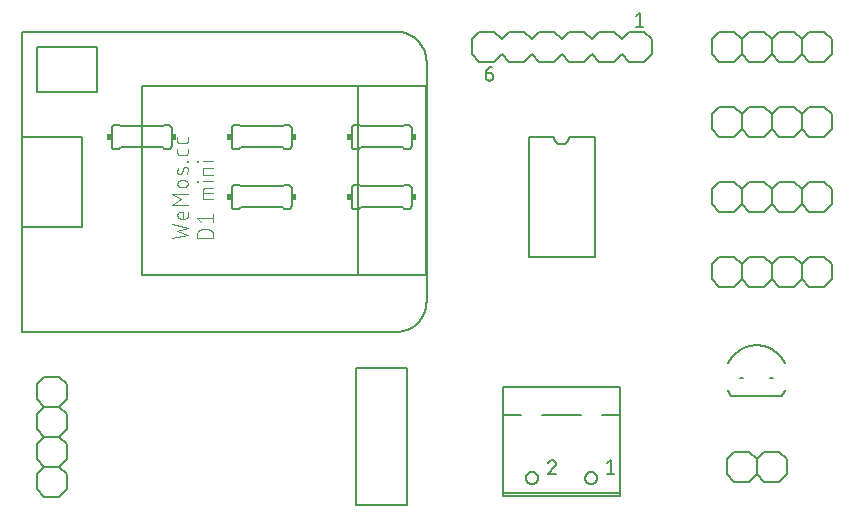
<source format=gto>
G75*
%MOIN*%
%OFA0B0*%
%FSLAX25Y25*%
%IPPOS*%
%LPD*%
%AMOC8*
5,1,8,0,0,1.08239X$1,22.5*
%
%ADD10C,0.00600*%
%ADD11C,0.00500*%
%ADD12C,0.00400*%
%ADD13C,0.00800*%
%ADD14R,0.01500X0.02000*%
D10*
X0048342Y0013756D02*
X0050842Y0011256D01*
X0055842Y0011256D01*
X0058342Y0013756D01*
X0058342Y0018756D01*
X0055842Y0021256D01*
X0050842Y0021256D01*
X0048342Y0018756D01*
X0048342Y0013756D01*
X0050842Y0021256D02*
X0048342Y0023756D01*
X0048342Y0028756D01*
X0050842Y0031256D01*
X0048342Y0033756D01*
X0048342Y0038756D01*
X0050842Y0041256D01*
X0048342Y0043756D01*
X0048342Y0048756D01*
X0050842Y0051256D01*
X0055842Y0051256D01*
X0058342Y0048756D01*
X0058342Y0043756D01*
X0055842Y0041256D01*
X0058342Y0038756D01*
X0058342Y0033756D01*
X0055842Y0031256D01*
X0050842Y0031256D01*
X0055842Y0031256D02*
X0058342Y0028756D01*
X0058342Y0023756D01*
X0055842Y0021256D01*
X0055842Y0041256D02*
X0050842Y0041256D01*
X0114342Y0107256D02*
X0115842Y0107256D01*
X0116342Y0107756D01*
X0130342Y0107756D01*
X0130842Y0107256D01*
X0132342Y0107256D01*
X0132402Y0107258D01*
X0132463Y0107263D01*
X0132522Y0107272D01*
X0132581Y0107285D01*
X0132640Y0107301D01*
X0132697Y0107321D01*
X0132752Y0107344D01*
X0132807Y0107371D01*
X0132859Y0107400D01*
X0132910Y0107433D01*
X0132959Y0107469D01*
X0133005Y0107507D01*
X0133049Y0107549D01*
X0133091Y0107593D01*
X0133129Y0107639D01*
X0133165Y0107688D01*
X0133198Y0107739D01*
X0133227Y0107791D01*
X0133254Y0107846D01*
X0133277Y0107901D01*
X0133297Y0107958D01*
X0133313Y0108017D01*
X0133326Y0108076D01*
X0133335Y0108135D01*
X0133340Y0108196D01*
X0133342Y0108256D01*
X0133342Y0114256D01*
X0133340Y0114316D01*
X0133335Y0114377D01*
X0133326Y0114436D01*
X0133313Y0114495D01*
X0133297Y0114554D01*
X0133277Y0114611D01*
X0133254Y0114666D01*
X0133227Y0114721D01*
X0133198Y0114773D01*
X0133165Y0114824D01*
X0133129Y0114873D01*
X0133091Y0114919D01*
X0133049Y0114963D01*
X0133005Y0115005D01*
X0132959Y0115043D01*
X0132910Y0115079D01*
X0132859Y0115112D01*
X0132807Y0115141D01*
X0132752Y0115168D01*
X0132697Y0115191D01*
X0132640Y0115211D01*
X0132581Y0115227D01*
X0132522Y0115240D01*
X0132463Y0115249D01*
X0132402Y0115254D01*
X0132342Y0115256D01*
X0130842Y0115256D01*
X0130342Y0114756D01*
X0116342Y0114756D01*
X0115842Y0115256D01*
X0114342Y0115256D01*
X0114282Y0115254D01*
X0114221Y0115249D01*
X0114162Y0115240D01*
X0114103Y0115227D01*
X0114044Y0115211D01*
X0113987Y0115191D01*
X0113932Y0115168D01*
X0113877Y0115141D01*
X0113825Y0115112D01*
X0113774Y0115079D01*
X0113725Y0115043D01*
X0113679Y0115005D01*
X0113635Y0114963D01*
X0113593Y0114919D01*
X0113555Y0114873D01*
X0113519Y0114824D01*
X0113486Y0114773D01*
X0113457Y0114721D01*
X0113430Y0114666D01*
X0113407Y0114611D01*
X0113387Y0114554D01*
X0113371Y0114495D01*
X0113358Y0114436D01*
X0113349Y0114377D01*
X0113344Y0114316D01*
X0113342Y0114256D01*
X0113342Y0108256D01*
X0113344Y0108196D01*
X0113349Y0108135D01*
X0113358Y0108076D01*
X0113371Y0108017D01*
X0113387Y0107958D01*
X0113407Y0107901D01*
X0113430Y0107846D01*
X0113457Y0107791D01*
X0113486Y0107739D01*
X0113519Y0107688D01*
X0113555Y0107639D01*
X0113593Y0107593D01*
X0113635Y0107549D01*
X0113679Y0107507D01*
X0113725Y0107469D01*
X0113774Y0107433D01*
X0113825Y0107400D01*
X0113877Y0107371D01*
X0113932Y0107344D01*
X0113987Y0107321D01*
X0114044Y0107301D01*
X0114103Y0107285D01*
X0114162Y0107272D01*
X0114221Y0107263D01*
X0114282Y0107258D01*
X0114342Y0107256D01*
X0114342Y0127256D02*
X0115842Y0127256D01*
X0116342Y0127756D01*
X0130342Y0127756D01*
X0130842Y0127256D01*
X0132342Y0127256D01*
X0132402Y0127258D01*
X0132463Y0127263D01*
X0132522Y0127272D01*
X0132581Y0127285D01*
X0132640Y0127301D01*
X0132697Y0127321D01*
X0132752Y0127344D01*
X0132807Y0127371D01*
X0132859Y0127400D01*
X0132910Y0127433D01*
X0132959Y0127469D01*
X0133005Y0127507D01*
X0133049Y0127549D01*
X0133091Y0127593D01*
X0133129Y0127639D01*
X0133165Y0127688D01*
X0133198Y0127739D01*
X0133227Y0127791D01*
X0133254Y0127846D01*
X0133277Y0127901D01*
X0133297Y0127958D01*
X0133313Y0128017D01*
X0133326Y0128076D01*
X0133335Y0128135D01*
X0133340Y0128196D01*
X0133342Y0128256D01*
X0133342Y0134256D01*
X0133340Y0134316D01*
X0133335Y0134377D01*
X0133326Y0134436D01*
X0133313Y0134495D01*
X0133297Y0134554D01*
X0133277Y0134611D01*
X0133254Y0134666D01*
X0133227Y0134721D01*
X0133198Y0134773D01*
X0133165Y0134824D01*
X0133129Y0134873D01*
X0133091Y0134919D01*
X0133049Y0134963D01*
X0133005Y0135005D01*
X0132959Y0135043D01*
X0132910Y0135079D01*
X0132859Y0135112D01*
X0132807Y0135141D01*
X0132752Y0135168D01*
X0132697Y0135191D01*
X0132640Y0135211D01*
X0132581Y0135227D01*
X0132522Y0135240D01*
X0132463Y0135249D01*
X0132402Y0135254D01*
X0132342Y0135256D01*
X0130842Y0135256D01*
X0130342Y0134756D01*
X0116342Y0134756D01*
X0115842Y0135256D01*
X0114342Y0135256D01*
X0114282Y0135254D01*
X0114221Y0135249D01*
X0114162Y0135240D01*
X0114103Y0135227D01*
X0114044Y0135211D01*
X0113987Y0135191D01*
X0113932Y0135168D01*
X0113877Y0135141D01*
X0113825Y0135112D01*
X0113774Y0135079D01*
X0113725Y0135043D01*
X0113679Y0135005D01*
X0113635Y0134963D01*
X0113593Y0134919D01*
X0113555Y0134873D01*
X0113519Y0134824D01*
X0113486Y0134773D01*
X0113457Y0134721D01*
X0113430Y0134666D01*
X0113407Y0134611D01*
X0113387Y0134554D01*
X0113371Y0134495D01*
X0113358Y0134436D01*
X0113349Y0134377D01*
X0113344Y0134316D01*
X0113342Y0134256D01*
X0113342Y0128256D01*
X0113344Y0128196D01*
X0113349Y0128135D01*
X0113358Y0128076D01*
X0113371Y0128017D01*
X0113387Y0127958D01*
X0113407Y0127901D01*
X0113430Y0127846D01*
X0113457Y0127791D01*
X0113486Y0127739D01*
X0113519Y0127688D01*
X0113555Y0127639D01*
X0113593Y0127593D01*
X0113635Y0127549D01*
X0113679Y0127507D01*
X0113725Y0127469D01*
X0113774Y0127433D01*
X0113825Y0127400D01*
X0113877Y0127371D01*
X0113932Y0127344D01*
X0113987Y0127321D01*
X0114044Y0127301D01*
X0114103Y0127285D01*
X0114162Y0127272D01*
X0114221Y0127263D01*
X0114282Y0127258D01*
X0114342Y0127256D01*
X0093342Y0128256D02*
X0093342Y0134256D01*
X0093340Y0134316D01*
X0093335Y0134377D01*
X0093326Y0134436D01*
X0093313Y0134495D01*
X0093297Y0134554D01*
X0093277Y0134611D01*
X0093254Y0134666D01*
X0093227Y0134721D01*
X0093198Y0134773D01*
X0093165Y0134824D01*
X0093129Y0134873D01*
X0093091Y0134919D01*
X0093049Y0134963D01*
X0093005Y0135005D01*
X0092959Y0135043D01*
X0092910Y0135079D01*
X0092859Y0135112D01*
X0092807Y0135141D01*
X0092752Y0135168D01*
X0092697Y0135191D01*
X0092640Y0135211D01*
X0092581Y0135227D01*
X0092522Y0135240D01*
X0092463Y0135249D01*
X0092402Y0135254D01*
X0092342Y0135256D01*
X0090842Y0135256D01*
X0090342Y0134756D01*
X0076342Y0134756D01*
X0075842Y0135256D01*
X0074342Y0135256D01*
X0074282Y0135254D01*
X0074221Y0135249D01*
X0074162Y0135240D01*
X0074103Y0135227D01*
X0074044Y0135211D01*
X0073987Y0135191D01*
X0073932Y0135168D01*
X0073877Y0135141D01*
X0073825Y0135112D01*
X0073774Y0135079D01*
X0073725Y0135043D01*
X0073679Y0135005D01*
X0073635Y0134963D01*
X0073593Y0134919D01*
X0073555Y0134873D01*
X0073519Y0134824D01*
X0073486Y0134773D01*
X0073457Y0134721D01*
X0073430Y0134666D01*
X0073407Y0134611D01*
X0073387Y0134554D01*
X0073371Y0134495D01*
X0073358Y0134436D01*
X0073349Y0134377D01*
X0073344Y0134316D01*
X0073342Y0134256D01*
X0073342Y0128256D01*
X0073344Y0128196D01*
X0073349Y0128135D01*
X0073358Y0128076D01*
X0073371Y0128017D01*
X0073387Y0127958D01*
X0073407Y0127901D01*
X0073430Y0127846D01*
X0073457Y0127791D01*
X0073486Y0127739D01*
X0073519Y0127688D01*
X0073555Y0127639D01*
X0073593Y0127593D01*
X0073635Y0127549D01*
X0073679Y0127507D01*
X0073725Y0127469D01*
X0073774Y0127433D01*
X0073825Y0127400D01*
X0073877Y0127371D01*
X0073932Y0127344D01*
X0073987Y0127321D01*
X0074044Y0127301D01*
X0074103Y0127285D01*
X0074162Y0127272D01*
X0074221Y0127263D01*
X0074282Y0127258D01*
X0074342Y0127256D01*
X0075842Y0127256D01*
X0076342Y0127756D01*
X0090342Y0127756D01*
X0090842Y0127256D01*
X0092342Y0127256D01*
X0092402Y0127258D01*
X0092463Y0127263D01*
X0092522Y0127272D01*
X0092581Y0127285D01*
X0092640Y0127301D01*
X0092697Y0127321D01*
X0092752Y0127344D01*
X0092807Y0127371D01*
X0092859Y0127400D01*
X0092910Y0127433D01*
X0092959Y0127469D01*
X0093005Y0127507D01*
X0093049Y0127549D01*
X0093091Y0127593D01*
X0093129Y0127639D01*
X0093165Y0127688D01*
X0093198Y0127739D01*
X0093227Y0127791D01*
X0093254Y0127846D01*
X0093277Y0127901D01*
X0093297Y0127958D01*
X0093313Y0128017D01*
X0093326Y0128076D01*
X0093335Y0128135D01*
X0093340Y0128196D01*
X0093342Y0128256D01*
X0153342Y0128256D02*
X0153342Y0134256D01*
X0153344Y0134316D01*
X0153349Y0134377D01*
X0153358Y0134436D01*
X0153371Y0134495D01*
X0153387Y0134554D01*
X0153407Y0134611D01*
X0153430Y0134666D01*
X0153457Y0134721D01*
X0153486Y0134773D01*
X0153519Y0134824D01*
X0153555Y0134873D01*
X0153593Y0134919D01*
X0153635Y0134963D01*
X0153679Y0135005D01*
X0153725Y0135043D01*
X0153774Y0135079D01*
X0153825Y0135112D01*
X0153877Y0135141D01*
X0153932Y0135168D01*
X0153987Y0135191D01*
X0154044Y0135211D01*
X0154103Y0135227D01*
X0154162Y0135240D01*
X0154221Y0135249D01*
X0154282Y0135254D01*
X0154342Y0135256D01*
X0155842Y0135256D01*
X0156342Y0134756D01*
X0170342Y0134756D01*
X0170842Y0135256D01*
X0172342Y0135256D01*
X0172402Y0135254D01*
X0172463Y0135249D01*
X0172522Y0135240D01*
X0172581Y0135227D01*
X0172640Y0135211D01*
X0172697Y0135191D01*
X0172752Y0135168D01*
X0172807Y0135141D01*
X0172859Y0135112D01*
X0172910Y0135079D01*
X0172959Y0135043D01*
X0173005Y0135005D01*
X0173049Y0134963D01*
X0173091Y0134919D01*
X0173129Y0134873D01*
X0173165Y0134824D01*
X0173198Y0134773D01*
X0173227Y0134721D01*
X0173254Y0134666D01*
X0173277Y0134611D01*
X0173297Y0134554D01*
X0173313Y0134495D01*
X0173326Y0134436D01*
X0173335Y0134377D01*
X0173340Y0134316D01*
X0173342Y0134256D01*
X0173342Y0128256D01*
X0173340Y0128196D01*
X0173335Y0128135D01*
X0173326Y0128076D01*
X0173313Y0128017D01*
X0173297Y0127958D01*
X0173277Y0127901D01*
X0173254Y0127846D01*
X0173227Y0127791D01*
X0173198Y0127739D01*
X0173165Y0127688D01*
X0173129Y0127639D01*
X0173091Y0127593D01*
X0173049Y0127549D01*
X0173005Y0127507D01*
X0172959Y0127469D01*
X0172910Y0127433D01*
X0172859Y0127400D01*
X0172807Y0127371D01*
X0172752Y0127344D01*
X0172697Y0127321D01*
X0172640Y0127301D01*
X0172581Y0127285D01*
X0172522Y0127272D01*
X0172463Y0127263D01*
X0172402Y0127258D01*
X0172342Y0127256D01*
X0170842Y0127256D01*
X0170342Y0127756D01*
X0156342Y0127756D01*
X0155842Y0127256D01*
X0154342Y0127256D01*
X0154282Y0127258D01*
X0154221Y0127263D01*
X0154162Y0127272D01*
X0154103Y0127285D01*
X0154044Y0127301D01*
X0153987Y0127321D01*
X0153932Y0127344D01*
X0153877Y0127371D01*
X0153825Y0127400D01*
X0153774Y0127433D01*
X0153725Y0127469D01*
X0153679Y0127507D01*
X0153635Y0127549D01*
X0153593Y0127593D01*
X0153555Y0127639D01*
X0153519Y0127688D01*
X0153486Y0127739D01*
X0153457Y0127791D01*
X0153430Y0127846D01*
X0153407Y0127901D01*
X0153387Y0127958D01*
X0153371Y0128017D01*
X0153358Y0128076D01*
X0153349Y0128135D01*
X0153344Y0128196D01*
X0153342Y0128256D01*
X0154342Y0115256D02*
X0155842Y0115256D01*
X0156342Y0114756D01*
X0170342Y0114756D01*
X0170842Y0115256D01*
X0172342Y0115256D01*
X0172402Y0115254D01*
X0172463Y0115249D01*
X0172522Y0115240D01*
X0172581Y0115227D01*
X0172640Y0115211D01*
X0172697Y0115191D01*
X0172752Y0115168D01*
X0172807Y0115141D01*
X0172859Y0115112D01*
X0172910Y0115079D01*
X0172959Y0115043D01*
X0173005Y0115005D01*
X0173049Y0114963D01*
X0173091Y0114919D01*
X0173129Y0114873D01*
X0173165Y0114824D01*
X0173198Y0114773D01*
X0173227Y0114721D01*
X0173254Y0114666D01*
X0173277Y0114611D01*
X0173297Y0114554D01*
X0173313Y0114495D01*
X0173326Y0114436D01*
X0173335Y0114377D01*
X0173340Y0114316D01*
X0173342Y0114256D01*
X0173342Y0108256D01*
X0173340Y0108196D01*
X0173335Y0108135D01*
X0173326Y0108076D01*
X0173313Y0108017D01*
X0173297Y0107958D01*
X0173277Y0107901D01*
X0173254Y0107846D01*
X0173227Y0107791D01*
X0173198Y0107739D01*
X0173165Y0107688D01*
X0173129Y0107639D01*
X0173091Y0107593D01*
X0173049Y0107549D01*
X0173005Y0107507D01*
X0172959Y0107469D01*
X0172910Y0107433D01*
X0172859Y0107400D01*
X0172807Y0107371D01*
X0172752Y0107344D01*
X0172697Y0107321D01*
X0172640Y0107301D01*
X0172581Y0107285D01*
X0172522Y0107272D01*
X0172463Y0107263D01*
X0172402Y0107258D01*
X0172342Y0107256D01*
X0170842Y0107256D01*
X0170342Y0107756D01*
X0156342Y0107756D01*
X0155842Y0107256D01*
X0154342Y0107256D01*
X0154282Y0107258D01*
X0154221Y0107263D01*
X0154162Y0107272D01*
X0154103Y0107285D01*
X0154044Y0107301D01*
X0153987Y0107321D01*
X0153932Y0107344D01*
X0153877Y0107371D01*
X0153825Y0107400D01*
X0153774Y0107433D01*
X0153725Y0107469D01*
X0153679Y0107507D01*
X0153635Y0107549D01*
X0153593Y0107593D01*
X0153555Y0107639D01*
X0153519Y0107688D01*
X0153486Y0107739D01*
X0153457Y0107791D01*
X0153430Y0107846D01*
X0153407Y0107901D01*
X0153387Y0107958D01*
X0153371Y0108017D01*
X0153358Y0108076D01*
X0153349Y0108135D01*
X0153344Y0108196D01*
X0153342Y0108256D01*
X0153342Y0114256D01*
X0153344Y0114316D01*
X0153349Y0114377D01*
X0153358Y0114436D01*
X0153371Y0114495D01*
X0153387Y0114554D01*
X0153407Y0114611D01*
X0153430Y0114666D01*
X0153457Y0114721D01*
X0153486Y0114773D01*
X0153519Y0114824D01*
X0153555Y0114873D01*
X0153593Y0114919D01*
X0153635Y0114963D01*
X0153679Y0115005D01*
X0153725Y0115043D01*
X0153774Y0115079D01*
X0153825Y0115112D01*
X0153877Y0115141D01*
X0153932Y0115168D01*
X0153987Y0115191D01*
X0154044Y0115211D01*
X0154103Y0115227D01*
X0154162Y0115240D01*
X0154221Y0115249D01*
X0154282Y0115254D01*
X0154342Y0115256D01*
X0212342Y0131256D02*
X0212342Y0091256D01*
X0234342Y0091256D01*
X0234342Y0131256D01*
X0225842Y0131256D01*
X0225840Y0131158D01*
X0225834Y0131060D01*
X0225825Y0130962D01*
X0225811Y0130865D01*
X0225794Y0130768D01*
X0225773Y0130672D01*
X0225748Y0130577D01*
X0225720Y0130483D01*
X0225687Y0130391D01*
X0225652Y0130299D01*
X0225612Y0130209D01*
X0225570Y0130121D01*
X0225523Y0130034D01*
X0225474Y0129950D01*
X0225421Y0129867D01*
X0225365Y0129787D01*
X0225305Y0129708D01*
X0225243Y0129632D01*
X0225178Y0129559D01*
X0225110Y0129488D01*
X0225039Y0129420D01*
X0224966Y0129355D01*
X0224890Y0129293D01*
X0224811Y0129233D01*
X0224731Y0129177D01*
X0224648Y0129124D01*
X0224564Y0129075D01*
X0224477Y0129028D01*
X0224389Y0128986D01*
X0224299Y0128946D01*
X0224207Y0128911D01*
X0224115Y0128878D01*
X0224021Y0128850D01*
X0223926Y0128825D01*
X0223830Y0128804D01*
X0223733Y0128787D01*
X0223636Y0128773D01*
X0223538Y0128764D01*
X0223440Y0128758D01*
X0223342Y0128756D01*
X0223244Y0128758D01*
X0223146Y0128764D01*
X0223048Y0128773D01*
X0222951Y0128787D01*
X0222854Y0128804D01*
X0222758Y0128825D01*
X0222663Y0128850D01*
X0222569Y0128878D01*
X0222477Y0128911D01*
X0222385Y0128946D01*
X0222295Y0128986D01*
X0222207Y0129028D01*
X0222120Y0129075D01*
X0222036Y0129124D01*
X0221953Y0129177D01*
X0221873Y0129233D01*
X0221794Y0129293D01*
X0221718Y0129355D01*
X0221645Y0129420D01*
X0221574Y0129488D01*
X0221506Y0129559D01*
X0221441Y0129632D01*
X0221379Y0129708D01*
X0221319Y0129787D01*
X0221263Y0129867D01*
X0221210Y0129950D01*
X0221161Y0130034D01*
X0221114Y0130121D01*
X0221072Y0130209D01*
X0221032Y0130299D01*
X0220997Y0130391D01*
X0220964Y0130483D01*
X0220936Y0130577D01*
X0220911Y0130672D01*
X0220890Y0130768D01*
X0220873Y0130865D01*
X0220859Y0130962D01*
X0220850Y0131060D01*
X0220844Y0131158D01*
X0220842Y0131256D01*
X0212342Y0131256D01*
X0210842Y0156256D02*
X0205842Y0156256D01*
X0203342Y0158756D01*
X0200842Y0156256D01*
X0195842Y0156256D01*
X0193342Y0158756D01*
X0193342Y0163756D01*
X0195842Y0166256D01*
X0200842Y0166256D01*
X0203342Y0163756D01*
X0205842Y0166256D01*
X0210842Y0166256D01*
X0213342Y0163756D01*
X0215842Y0166256D01*
X0220842Y0166256D01*
X0223342Y0163756D01*
X0225842Y0166256D01*
X0230842Y0166256D01*
X0233342Y0163756D01*
X0235842Y0166256D01*
X0240842Y0166256D01*
X0243342Y0163756D01*
X0245842Y0166256D01*
X0250842Y0166256D01*
X0253342Y0163756D01*
X0253342Y0158756D01*
X0250842Y0156256D01*
X0245842Y0156256D01*
X0243342Y0158756D01*
X0240842Y0156256D01*
X0235842Y0156256D01*
X0233342Y0158756D01*
X0230842Y0156256D01*
X0225842Y0156256D01*
X0223342Y0158756D01*
X0220842Y0156256D01*
X0215842Y0156256D01*
X0213342Y0158756D01*
X0210842Y0156256D01*
X0273342Y0158756D02*
X0275842Y0156256D01*
X0280842Y0156256D01*
X0283342Y0158756D01*
X0285842Y0156256D01*
X0290842Y0156256D01*
X0293342Y0158756D01*
X0293342Y0163756D01*
X0290842Y0166256D01*
X0285842Y0166256D01*
X0283342Y0163756D01*
X0283342Y0158756D01*
X0283342Y0163756D02*
X0280842Y0166256D01*
X0275842Y0166256D01*
X0273342Y0163756D01*
X0273342Y0158756D01*
X0293342Y0158756D02*
X0295842Y0156256D01*
X0300842Y0156256D01*
X0303342Y0158756D01*
X0305842Y0156256D01*
X0310842Y0156256D01*
X0313342Y0158756D01*
X0313342Y0163756D01*
X0310842Y0166256D01*
X0305842Y0166256D01*
X0303342Y0163756D01*
X0303342Y0158756D01*
X0303342Y0163756D02*
X0300842Y0166256D01*
X0295842Y0166256D01*
X0293342Y0163756D01*
X0295842Y0141256D02*
X0300842Y0141256D01*
X0303342Y0138756D01*
X0305842Y0141256D01*
X0310842Y0141256D01*
X0313342Y0138756D01*
X0313342Y0133756D01*
X0310842Y0131256D01*
X0305842Y0131256D01*
X0303342Y0133756D01*
X0300842Y0131256D01*
X0295842Y0131256D01*
X0293342Y0133756D01*
X0290842Y0131256D01*
X0285842Y0131256D01*
X0283342Y0133756D01*
X0280842Y0131256D01*
X0275842Y0131256D01*
X0273342Y0133756D01*
X0273342Y0138756D01*
X0275842Y0141256D01*
X0280842Y0141256D01*
X0283342Y0138756D01*
X0285842Y0141256D01*
X0290842Y0141256D01*
X0293342Y0138756D01*
X0293342Y0133756D01*
X0293342Y0138756D02*
X0295842Y0141256D01*
X0303342Y0138756D02*
X0303342Y0133756D01*
X0283342Y0133756D02*
X0283342Y0138756D01*
X0285842Y0116256D02*
X0290842Y0116256D01*
X0293342Y0113756D01*
X0293342Y0108756D01*
X0290842Y0106256D01*
X0285842Y0106256D01*
X0283342Y0108756D01*
X0280842Y0106256D01*
X0275842Y0106256D01*
X0273342Y0108756D01*
X0273342Y0113756D01*
X0275842Y0116256D01*
X0280842Y0116256D01*
X0283342Y0113756D01*
X0285842Y0116256D01*
X0283342Y0113756D02*
X0283342Y0108756D01*
X0293342Y0108756D02*
X0295842Y0106256D01*
X0300842Y0106256D01*
X0303342Y0108756D01*
X0305842Y0106256D01*
X0310842Y0106256D01*
X0313342Y0108756D01*
X0313342Y0113756D01*
X0310842Y0116256D01*
X0305842Y0116256D01*
X0303342Y0113756D01*
X0303342Y0108756D01*
X0303342Y0113756D02*
X0300842Y0116256D01*
X0295842Y0116256D01*
X0293342Y0113756D01*
X0295842Y0091256D02*
X0300842Y0091256D01*
X0303342Y0088756D01*
X0305842Y0091256D01*
X0310842Y0091256D01*
X0313342Y0088756D01*
X0313342Y0083756D01*
X0310842Y0081256D01*
X0305842Y0081256D01*
X0303342Y0083756D01*
X0300842Y0081256D01*
X0295842Y0081256D01*
X0293342Y0083756D01*
X0290842Y0081256D01*
X0285842Y0081256D01*
X0283342Y0083756D01*
X0280842Y0081256D01*
X0275842Y0081256D01*
X0273342Y0083756D01*
X0273342Y0088756D01*
X0275842Y0091256D01*
X0280842Y0091256D01*
X0283342Y0088756D01*
X0285842Y0091256D01*
X0290842Y0091256D01*
X0293342Y0088756D01*
X0293342Y0083756D01*
X0293342Y0088756D02*
X0295842Y0091256D01*
X0303342Y0088756D02*
X0303342Y0083756D01*
X0283342Y0083756D02*
X0283342Y0088756D01*
X0242984Y0047756D02*
X0242984Y0038354D01*
X0242984Y0012354D01*
X0242984Y0011555D01*
X0203684Y0011555D01*
X0203684Y0012354D01*
X0203684Y0038354D01*
X0203684Y0047756D01*
X0242984Y0047756D01*
X0242984Y0038354D02*
X0236684Y0038354D01*
X0229684Y0038354D02*
X0216984Y0038354D01*
X0209984Y0038354D02*
X0203684Y0038354D01*
X0211484Y0017556D02*
X0211486Y0017645D01*
X0211492Y0017734D01*
X0211502Y0017823D01*
X0211516Y0017911D01*
X0211533Y0017998D01*
X0211555Y0018084D01*
X0211581Y0018170D01*
X0211610Y0018254D01*
X0211643Y0018337D01*
X0211679Y0018418D01*
X0211720Y0018498D01*
X0211763Y0018575D01*
X0211810Y0018651D01*
X0211861Y0018724D01*
X0211914Y0018795D01*
X0211971Y0018864D01*
X0212031Y0018930D01*
X0212094Y0018994D01*
X0212159Y0019054D01*
X0212227Y0019112D01*
X0212298Y0019166D01*
X0212371Y0019217D01*
X0212446Y0019265D01*
X0212523Y0019310D01*
X0212602Y0019351D01*
X0212683Y0019388D01*
X0212765Y0019422D01*
X0212849Y0019453D01*
X0212934Y0019479D01*
X0213020Y0019502D01*
X0213107Y0019520D01*
X0213195Y0019535D01*
X0213284Y0019546D01*
X0213373Y0019553D01*
X0213462Y0019556D01*
X0213551Y0019555D01*
X0213640Y0019550D01*
X0213728Y0019541D01*
X0213817Y0019528D01*
X0213904Y0019511D01*
X0213991Y0019491D01*
X0214077Y0019466D01*
X0214161Y0019438D01*
X0214244Y0019406D01*
X0214326Y0019370D01*
X0214406Y0019331D01*
X0214484Y0019288D01*
X0214560Y0019242D01*
X0214634Y0019192D01*
X0214706Y0019139D01*
X0214775Y0019083D01*
X0214842Y0019024D01*
X0214906Y0018962D01*
X0214967Y0018898D01*
X0215026Y0018830D01*
X0215081Y0018760D01*
X0215133Y0018688D01*
X0215182Y0018613D01*
X0215227Y0018537D01*
X0215269Y0018458D01*
X0215307Y0018378D01*
X0215342Y0018296D01*
X0215373Y0018212D01*
X0215401Y0018127D01*
X0215424Y0018041D01*
X0215444Y0017954D01*
X0215460Y0017867D01*
X0215472Y0017778D01*
X0215480Y0017690D01*
X0215484Y0017601D01*
X0215484Y0017511D01*
X0215480Y0017422D01*
X0215472Y0017334D01*
X0215460Y0017245D01*
X0215444Y0017158D01*
X0215424Y0017071D01*
X0215401Y0016985D01*
X0215373Y0016900D01*
X0215342Y0016816D01*
X0215307Y0016734D01*
X0215269Y0016654D01*
X0215227Y0016575D01*
X0215182Y0016499D01*
X0215133Y0016424D01*
X0215081Y0016352D01*
X0215026Y0016282D01*
X0214967Y0016214D01*
X0214906Y0016150D01*
X0214842Y0016088D01*
X0214775Y0016029D01*
X0214706Y0015973D01*
X0214634Y0015920D01*
X0214560Y0015870D01*
X0214484Y0015824D01*
X0214406Y0015781D01*
X0214326Y0015742D01*
X0214244Y0015706D01*
X0214161Y0015674D01*
X0214077Y0015646D01*
X0213991Y0015621D01*
X0213904Y0015601D01*
X0213817Y0015584D01*
X0213728Y0015571D01*
X0213640Y0015562D01*
X0213551Y0015557D01*
X0213462Y0015556D01*
X0213373Y0015559D01*
X0213284Y0015566D01*
X0213195Y0015577D01*
X0213107Y0015592D01*
X0213020Y0015610D01*
X0212934Y0015633D01*
X0212849Y0015659D01*
X0212765Y0015690D01*
X0212683Y0015724D01*
X0212602Y0015761D01*
X0212523Y0015802D01*
X0212446Y0015847D01*
X0212371Y0015895D01*
X0212298Y0015946D01*
X0212227Y0016000D01*
X0212159Y0016058D01*
X0212094Y0016118D01*
X0212031Y0016182D01*
X0211971Y0016248D01*
X0211914Y0016317D01*
X0211861Y0016388D01*
X0211810Y0016461D01*
X0211763Y0016537D01*
X0211720Y0016614D01*
X0211679Y0016694D01*
X0211643Y0016775D01*
X0211610Y0016858D01*
X0211581Y0016942D01*
X0211555Y0017028D01*
X0211533Y0017114D01*
X0211516Y0017201D01*
X0211502Y0017289D01*
X0211492Y0017378D01*
X0211486Y0017467D01*
X0211484Y0017556D01*
X0203684Y0012354D02*
X0242984Y0012354D01*
X0231184Y0017556D02*
X0231186Y0017645D01*
X0231192Y0017734D01*
X0231202Y0017823D01*
X0231216Y0017911D01*
X0231233Y0017998D01*
X0231255Y0018084D01*
X0231281Y0018170D01*
X0231310Y0018254D01*
X0231343Y0018337D01*
X0231379Y0018418D01*
X0231420Y0018498D01*
X0231463Y0018575D01*
X0231510Y0018651D01*
X0231561Y0018724D01*
X0231614Y0018795D01*
X0231671Y0018864D01*
X0231731Y0018930D01*
X0231794Y0018994D01*
X0231859Y0019054D01*
X0231927Y0019112D01*
X0231998Y0019166D01*
X0232071Y0019217D01*
X0232146Y0019265D01*
X0232223Y0019310D01*
X0232302Y0019351D01*
X0232383Y0019388D01*
X0232465Y0019422D01*
X0232549Y0019453D01*
X0232634Y0019479D01*
X0232720Y0019502D01*
X0232807Y0019520D01*
X0232895Y0019535D01*
X0232984Y0019546D01*
X0233073Y0019553D01*
X0233162Y0019556D01*
X0233251Y0019555D01*
X0233340Y0019550D01*
X0233428Y0019541D01*
X0233517Y0019528D01*
X0233604Y0019511D01*
X0233691Y0019491D01*
X0233777Y0019466D01*
X0233861Y0019438D01*
X0233944Y0019406D01*
X0234026Y0019370D01*
X0234106Y0019331D01*
X0234184Y0019288D01*
X0234260Y0019242D01*
X0234334Y0019192D01*
X0234406Y0019139D01*
X0234475Y0019083D01*
X0234542Y0019024D01*
X0234606Y0018962D01*
X0234667Y0018898D01*
X0234726Y0018830D01*
X0234781Y0018760D01*
X0234833Y0018688D01*
X0234882Y0018613D01*
X0234927Y0018537D01*
X0234969Y0018458D01*
X0235007Y0018378D01*
X0235042Y0018296D01*
X0235073Y0018212D01*
X0235101Y0018127D01*
X0235124Y0018041D01*
X0235144Y0017954D01*
X0235160Y0017867D01*
X0235172Y0017778D01*
X0235180Y0017690D01*
X0235184Y0017601D01*
X0235184Y0017511D01*
X0235180Y0017422D01*
X0235172Y0017334D01*
X0235160Y0017245D01*
X0235144Y0017158D01*
X0235124Y0017071D01*
X0235101Y0016985D01*
X0235073Y0016900D01*
X0235042Y0016816D01*
X0235007Y0016734D01*
X0234969Y0016654D01*
X0234927Y0016575D01*
X0234882Y0016499D01*
X0234833Y0016424D01*
X0234781Y0016352D01*
X0234726Y0016282D01*
X0234667Y0016214D01*
X0234606Y0016150D01*
X0234542Y0016088D01*
X0234475Y0016029D01*
X0234406Y0015973D01*
X0234334Y0015920D01*
X0234260Y0015870D01*
X0234184Y0015824D01*
X0234106Y0015781D01*
X0234026Y0015742D01*
X0233944Y0015706D01*
X0233861Y0015674D01*
X0233777Y0015646D01*
X0233691Y0015621D01*
X0233604Y0015601D01*
X0233517Y0015584D01*
X0233428Y0015571D01*
X0233340Y0015562D01*
X0233251Y0015557D01*
X0233162Y0015556D01*
X0233073Y0015559D01*
X0232984Y0015566D01*
X0232895Y0015577D01*
X0232807Y0015592D01*
X0232720Y0015610D01*
X0232634Y0015633D01*
X0232549Y0015659D01*
X0232465Y0015690D01*
X0232383Y0015724D01*
X0232302Y0015761D01*
X0232223Y0015802D01*
X0232146Y0015847D01*
X0232071Y0015895D01*
X0231998Y0015946D01*
X0231927Y0016000D01*
X0231859Y0016058D01*
X0231794Y0016118D01*
X0231731Y0016182D01*
X0231671Y0016248D01*
X0231614Y0016317D01*
X0231561Y0016388D01*
X0231510Y0016461D01*
X0231463Y0016537D01*
X0231420Y0016614D01*
X0231379Y0016694D01*
X0231343Y0016775D01*
X0231310Y0016858D01*
X0231281Y0016942D01*
X0231255Y0017028D01*
X0231233Y0017114D01*
X0231216Y0017201D01*
X0231202Y0017289D01*
X0231192Y0017378D01*
X0231186Y0017467D01*
X0231184Y0017556D01*
X0278342Y0018756D02*
X0280842Y0016256D01*
X0285842Y0016256D01*
X0288342Y0018756D01*
X0288342Y0023756D01*
X0285842Y0026256D01*
X0280842Y0026256D01*
X0278342Y0023756D01*
X0278342Y0018756D01*
X0288342Y0018756D02*
X0290842Y0016256D01*
X0295842Y0016256D01*
X0298342Y0018756D01*
X0298342Y0023756D01*
X0295842Y0026256D01*
X0290842Y0026256D01*
X0288342Y0023756D01*
D11*
X0280094Y0044756D02*
X0296590Y0044756D01*
X0293869Y0050756D02*
X0292814Y0050756D01*
X0297888Y0046878D02*
X0297781Y0046653D01*
X0297669Y0046430D01*
X0297552Y0046210D01*
X0297430Y0045993D01*
X0297302Y0045778D01*
X0297169Y0045567D01*
X0297032Y0045359D01*
X0296889Y0045155D01*
X0296742Y0044953D01*
X0296590Y0044756D01*
X0297842Y0055728D02*
X0297730Y0055958D01*
X0297613Y0056185D01*
X0297491Y0056409D01*
X0297363Y0056630D01*
X0297229Y0056847D01*
X0297091Y0057062D01*
X0296947Y0057273D01*
X0296798Y0057480D01*
X0296644Y0057684D01*
X0296486Y0057884D01*
X0296322Y0058080D01*
X0296154Y0058272D01*
X0295981Y0058460D01*
X0295803Y0058644D01*
X0295622Y0058823D01*
X0295435Y0058998D01*
X0295245Y0059168D01*
X0295051Y0059333D01*
X0294852Y0059494D01*
X0294650Y0059650D01*
X0294444Y0059801D01*
X0294234Y0059947D01*
X0294021Y0060087D01*
X0293805Y0060223D01*
X0293585Y0060353D01*
X0293362Y0060478D01*
X0293137Y0060597D01*
X0292908Y0060711D01*
X0292677Y0060819D01*
X0292443Y0060922D01*
X0292207Y0061019D01*
X0291968Y0061110D01*
X0291728Y0061195D01*
X0291485Y0061275D01*
X0291240Y0061348D01*
X0290994Y0061416D01*
X0290746Y0061477D01*
X0290497Y0061532D01*
X0290247Y0061582D01*
X0289995Y0061625D01*
X0289742Y0061662D01*
X0289489Y0061693D01*
X0289235Y0061718D01*
X0288980Y0061737D01*
X0288725Y0061749D01*
X0288470Y0061755D01*
X0288214Y0061755D01*
X0287959Y0061749D01*
X0287704Y0061737D01*
X0287449Y0061718D01*
X0287195Y0061693D01*
X0286942Y0061662D01*
X0286689Y0061625D01*
X0286437Y0061582D01*
X0286187Y0061532D01*
X0285938Y0061477D01*
X0285690Y0061416D01*
X0285444Y0061348D01*
X0285199Y0061275D01*
X0284956Y0061195D01*
X0284716Y0061110D01*
X0284477Y0061019D01*
X0284241Y0060922D01*
X0284007Y0060819D01*
X0283776Y0060711D01*
X0283547Y0060597D01*
X0283322Y0060478D01*
X0283099Y0060353D01*
X0282879Y0060223D01*
X0282663Y0060087D01*
X0282450Y0059947D01*
X0282240Y0059801D01*
X0282034Y0059650D01*
X0281832Y0059494D01*
X0281633Y0059333D01*
X0281439Y0059168D01*
X0281249Y0058998D01*
X0281062Y0058823D01*
X0280881Y0058644D01*
X0280703Y0058460D01*
X0280530Y0058272D01*
X0280362Y0058080D01*
X0280198Y0057884D01*
X0280040Y0057684D01*
X0279886Y0057480D01*
X0279737Y0057273D01*
X0279593Y0057062D01*
X0279455Y0056847D01*
X0279321Y0056630D01*
X0279193Y0056409D01*
X0279071Y0056185D01*
X0278954Y0055958D01*
X0278842Y0055728D01*
X0282814Y0050756D02*
X0283869Y0050756D01*
X0278840Y0046784D02*
X0278944Y0046569D01*
X0279053Y0046356D01*
X0279167Y0046146D01*
X0279286Y0045939D01*
X0279409Y0045734D01*
X0279537Y0045532D01*
X0279670Y0045333D01*
X0279807Y0045138D01*
X0279948Y0044945D01*
X0280094Y0044756D01*
X0240934Y0019006D02*
X0238434Y0019006D01*
X0239684Y0019006D02*
X0239684Y0023506D01*
X0238434Y0022506D01*
X0221434Y0019006D02*
X0218934Y0019006D01*
X0221059Y0021506D01*
X0220309Y0023506D02*
X0220236Y0023504D01*
X0220164Y0023499D01*
X0220092Y0023490D01*
X0220020Y0023477D01*
X0219949Y0023461D01*
X0219879Y0023441D01*
X0219811Y0023417D01*
X0219743Y0023391D01*
X0219677Y0023360D01*
X0219612Y0023327D01*
X0219550Y0023290D01*
X0219489Y0023251D01*
X0219430Y0023208D01*
X0219373Y0023162D01*
X0219319Y0023114D01*
X0219268Y0023063D01*
X0219218Y0023009D01*
X0219172Y0022953D01*
X0219129Y0022895D01*
X0219088Y0022834D01*
X0219051Y0022772D01*
X0219017Y0022708D01*
X0218986Y0022642D01*
X0218958Y0022575D01*
X0218934Y0022506D01*
X0221059Y0021506D02*
X0221105Y0021552D01*
X0221149Y0021601D01*
X0221189Y0021652D01*
X0221227Y0021705D01*
X0221262Y0021760D01*
X0221294Y0021817D01*
X0221323Y0021875D01*
X0221349Y0021935D01*
X0221371Y0021997D01*
X0221390Y0022059D01*
X0221406Y0022122D01*
X0221418Y0022186D01*
X0221427Y0022251D01*
X0221432Y0022316D01*
X0221434Y0022381D01*
X0221432Y0022446D01*
X0221426Y0022512D01*
X0221417Y0022576D01*
X0221404Y0022640D01*
X0221387Y0022704D01*
X0221366Y0022766D01*
X0221342Y0022827D01*
X0221314Y0022886D01*
X0221283Y0022944D01*
X0221249Y0022999D01*
X0221211Y0023053D01*
X0221171Y0023104D01*
X0221127Y0023153D01*
X0221081Y0023199D01*
X0221032Y0023243D01*
X0220981Y0023283D01*
X0220927Y0023321D01*
X0220872Y0023355D01*
X0220814Y0023386D01*
X0220755Y0023414D01*
X0220694Y0023438D01*
X0220632Y0023459D01*
X0220568Y0023476D01*
X0220504Y0023489D01*
X0220440Y0023498D01*
X0220374Y0023504D01*
X0220309Y0023506D01*
X0168342Y0066256D02*
X0043342Y0066256D01*
X0043342Y0166256D01*
X0168342Y0166256D01*
X0168584Y0166253D01*
X0168825Y0166244D01*
X0169066Y0166230D01*
X0169307Y0166209D01*
X0169547Y0166183D01*
X0169787Y0166151D01*
X0170026Y0166113D01*
X0170263Y0166070D01*
X0170500Y0166020D01*
X0170735Y0165965D01*
X0170969Y0165905D01*
X0171201Y0165838D01*
X0171432Y0165767D01*
X0171661Y0165689D01*
X0171888Y0165606D01*
X0172113Y0165518D01*
X0172336Y0165424D01*
X0172556Y0165325D01*
X0172774Y0165220D01*
X0172989Y0165111D01*
X0173202Y0164996D01*
X0173412Y0164876D01*
X0173618Y0164751D01*
X0173822Y0164621D01*
X0174023Y0164486D01*
X0174220Y0164346D01*
X0174414Y0164202D01*
X0174604Y0164053D01*
X0174790Y0163899D01*
X0174973Y0163741D01*
X0175152Y0163579D01*
X0175327Y0163412D01*
X0175498Y0163241D01*
X0175665Y0163066D01*
X0175827Y0162887D01*
X0175985Y0162704D01*
X0176139Y0162518D01*
X0176288Y0162328D01*
X0176432Y0162134D01*
X0176572Y0161937D01*
X0176707Y0161736D01*
X0176837Y0161532D01*
X0176962Y0161326D01*
X0177082Y0161116D01*
X0177197Y0160903D01*
X0177306Y0160688D01*
X0177411Y0160470D01*
X0177510Y0160250D01*
X0177604Y0160027D01*
X0177692Y0159802D01*
X0177775Y0159575D01*
X0177853Y0159346D01*
X0177924Y0159115D01*
X0177991Y0158883D01*
X0178051Y0158649D01*
X0178106Y0158414D01*
X0178156Y0158177D01*
X0178199Y0157940D01*
X0178237Y0157701D01*
X0178269Y0157461D01*
X0178295Y0157221D01*
X0178316Y0156980D01*
X0178330Y0156739D01*
X0178339Y0156498D01*
X0178342Y0156256D01*
X0178342Y0076256D01*
X0178339Y0076014D01*
X0178330Y0075773D01*
X0178316Y0075532D01*
X0178295Y0075291D01*
X0178269Y0075051D01*
X0178237Y0074811D01*
X0178199Y0074572D01*
X0178156Y0074335D01*
X0178106Y0074098D01*
X0178051Y0073863D01*
X0177991Y0073629D01*
X0177924Y0073397D01*
X0177853Y0073166D01*
X0177775Y0072937D01*
X0177692Y0072710D01*
X0177604Y0072485D01*
X0177510Y0072262D01*
X0177411Y0072042D01*
X0177306Y0071824D01*
X0177197Y0071609D01*
X0177082Y0071396D01*
X0176962Y0071186D01*
X0176837Y0070980D01*
X0176707Y0070776D01*
X0176572Y0070575D01*
X0176432Y0070378D01*
X0176288Y0070184D01*
X0176139Y0069994D01*
X0175985Y0069808D01*
X0175827Y0069625D01*
X0175665Y0069446D01*
X0175498Y0069271D01*
X0175327Y0069100D01*
X0175152Y0068933D01*
X0174973Y0068771D01*
X0174790Y0068613D01*
X0174604Y0068459D01*
X0174414Y0068310D01*
X0174220Y0068166D01*
X0174023Y0068026D01*
X0173822Y0067891D01*
X0173618Y0067761D01*
X0173412Y0067636D01*
X0173202Y0067516D01*
X0172989Y0067401D01*
X0172774Y0067292D01*
X0172556Y0067187D01*
X0172336Y0067088D01*
X0172113Y0066994D01*
X0171888Y0066906D01*
X0171661Y0066823D01*
X0171432Y0066745D01*
X0171201Y0066674D01*
X0170969Y0066607D01*
X0170735Y0066547D01*
X0170500Y0066492D01*
X0170263Y0066442D01*
X0170026Y0066399D01*
X0169787Y0066361D01*
X0169547Y0066329D01*
X0169307Y0066303D01*
X0169066Y0066282D01*
X0168825Y0066268D01*
X0168584Y0066259D01*
X0168342Y0066256D01*
X0178247Y0085154D02*
X0155413Y0085154D01*
X0155413Y0148146D01*
X0178247Y0148146D01*
X0178247Y0085154D01*
X0155442Y0085156D02*
X0083342Y0085156D01*
X0083342Y0085256D02*
X0083342Y0148156D01*
X0155442Y0148156D01*
X0198092Y0151256D02*
X0198092Y0152506D01*
X0199592Y0152506D01*
X0198092Y0152506D02*
X0198094Y0152593D01*
X0198100Y0152680D01*
X0198109Y0152767D01*
X0198122Y0152853D01*
X0198139Y0152939D01*
X0198160Y0153024D01*
X0198185Y0153107D01*
X0198213Y0153190D01*
X0198244Y0153271D01*
X0198279Y0153351D01*
X0198318Y0153429D01*
X0198360Y0153506D01*
X0198405Y0153581D01*
X0198454Y0153653D01*
X0198505Y0153724D01*
X0198560Y0153792D01*
X0198617Y0153857D01*
X0198678Y0153920D01*
X0198741Y0153981D01*
X0198806Y0154038D01*
X0198874Y0154093D01*
X0198945Y0154144D01*
X0199017Y0154193D01*
X0199092Y0154238D01*
X0199169Y0154280D01*
X0199247Y0154319D01*
X0199327Y0154354D01*
X0199408Y0154385D01*
X0199491Y0154413D01*
X0199574Y0154438D01*
X0199659Y0154459D01*
X0199745Y0154476D01*
X0199831Y0154489D01*
X0199918Y0154498D01*
X0200005Y0154504D01*
X0200092Y0154506D01*
X0200592Y0151506D02*
X0200592Y0151256D01*
X0200592Y0151506D02*
X0200590Y0151566D01*
X0200585Y0151627D01*
X0200576Y0151686D01*
X0200563Y0151745D01*
X0200547Y0151804D01*
X0200527Y0151861D01*
X0200504Y0151916D01*
X0200477Y0151971D01*
X0200448Y0152023D01*
X0200415Y0152074D01*
X0200379Y0152123D01*
X0200341Y0152169D01*
X0200299Y0152213D01*
X0200255Y0152255D01*
X0200209Y0152293D01*
X0200160Y0152329D01*
X0200109Y0152362D01*
X0200057Y0152391D01*
X0200002Y0152418D01*
X0199947Y0152441D01*
X0199890Y0152461D01*
X0199831Y0152477D01*
X0199772Y0152490D01*
X0199713Y0152499D01*
X0199652Y0152504D01*
X0199592Y0152506D01*
X0200592Y0151256D02*
X0200590Y0151187D01*
X0200584Y0151118D01*
X0200575Y0151050D01*
X0200562Y0150983D01*
X0200545Y0150916D01*
X0200524Y0150850D01*
X0200500Y0150786D01*
X0200472Y0150723D01*
X0200441Y0150661D01*
X0200407Y0150601D01*
X0200369Y0150544D01*
X0200328Y0150488D01*
X0200285Y0150435D01*
X0200238Y0150384D01*
X0200189Y0150336D01*
X0200137Y0150291D01*
X0200082Y0150249D01*
X0200026Y0150210D01*
X0199967Y0150173D01*
X0199906Y0150141D01*
X0199844Y0150111D01*
X0199780Y0150085D01*
X0199715Y0150063D01*
X0199649Y0150044D01*
X0199582Y0150029D01*
X0199514Y0150018D01*
X0199445Y0150010D01*
X0199376Y0150006D01*
X0199308Y0150006D01*
X0199239Y0150010D01*
X0199170Y0150018D01*
X0199102Y0150029D01*
X0199035Y0150044D01*
X0198969Y0150063D01*
X0198904Y0150085D01*
X0198840Y0150111D01*
X0198778Y0150141D01*
X0198717Y0150173D01*
X0198658Y0150210D01*
X0198602Y0150249D01*
X0198547Y0150291D01*
X0198495Y0150336D01*
X0198446Y0150384D01*
X0198399Y0150435D01*
X0198356Y0150488D01*
X0198315Y0150544D01*
X0198277Y0150601D01*
X0198243Y0150661D01*
X0198212Y0150723D01*
X0198184Y0150786D01*
X0198160Y0150850D01*
X0198139Y0150916D01*
X0198122Y0150983D01*
X0198109Y0151050D01*
X0198100Y0151118D01*
X0198094Y0151187D01*
X0198092Y0151256D01*
X0248092Y0168006D02*
X0250592Y0168006D01*
X0249342Y0168006D02*
X0249342Y0172506D01*
X0248092Y0171506D01*
X0155442Y0085256D02*
X0155442Y0085156D01*
D12*
X0107142Y0097465D02*
X0107142Y0098909D01*
X0107142Y0097465D02*
X0101942Y0097465D01*
X0101942Y0098909D01*
X0101944Y0098982D01*
X0101949Y0099055D01*
X0101959Y0099128D01*
X0101972Y0099200D01*
X0101988Y0099271D01*
X0102008Y0099341D01*
X0102032Y0099411D01*
X0102059Y0099478D01*
X0102090Y0099545D01*
X0102123Y0099610D01*
X0102161Y0099673D01*
X0102201Y0099734D01*
X0102244Y0099793D01*
X0102290Y0099850D01*
X0102339Y0099904D01*
X0102391Y0099956D01*
X0102445Y0100005D01*
X0102502Y0100051D01*
X0102561Y0100094D01*
X0102622Y0100134D01*
X0102685Y0100172D01*
X0102750Y0100205D01*
X0102817Y0100236D01*
X0102885Y0100263D01*
X0102954Y0100287D01*
X0103024Y0100307D01*
X0103095Y0100323D01*
X0103167Y0100336D01*
X0103240Y0100346D01*
X0103313Y0100351D01*
X0103386Y0100353D01*
X0103386Y0100354D02*
X0105697Y0100354D01*
X0105697Y0100353D02*
X0105773Y0100351D01*
X0105848Y0100345D01*
X0105923Y0100335D01*
X0105997Y0100321D01*
X0106071Y0100304D01*
X0106143Y0100282D01*
X0106214Y0100257D01*
X0106284Y0100228D01*
X0106353Y0100196D01*
X0106419Y0100160D01*
X0106483Y0100120D01*
X0106546Y0100077D01*
X0106606Y0100031D01*
X0106663Y0099982D01*
X0106718Y0099930D01*
X0106770Y0099875D01*
X0106819Y0099818D01*
X0106865Y0099758D01*
X0106908Y0099695D01*
X0106948Y0099631D01*
X0106984Y0099565D01*
X0107016Y0099496D01*
X0107045Y0099426D01*
X0107070Y0099355D01*
X0107092Y0099283D01*
X0107109Y0099209D01*
X0107123Y0099135D01*
X0107133Y0099060D01*
X0107139Y0098985D01*
X0107141Y0098909D01*
X0107142Y0102673D02*
X0107142Y0105562D01*
X0107142Y0104117D02*
X0101942Y0104117D01*
X0103097Y0102673D01*
X0098742Y0100931D02*
X0093542Y0102087D01*
X0095275Y0099776D02*
X0098742Y0100931D01*
X0098742Y0098620D02*
X0095275Y0099776D01*
X0093542Y0097465D02*
X0098742Y0098620D01*
X0097875Y0103996D02*
X0096431Y0103996D01*
X0097008Y0103996D02*
X0097008Y0106307D01*
X0096431Y0106307D01*
X0096431Y0106308D02*
X0096364Y0106306D01*
X0096297Y0106300D01*
X0096230Y0106290D01*
X0096164Y0106277D01*
X0096099Y0106259D01*
X0096036Y0106238D01*
X0095973Y0106213D01*
X0095912Y0106185D01*
X0095853Y0106153D01*
X0095796Y0106118D01*
X0095741Y0106079D01*
X0095688Y0106038D01*
X0095638Y0105993D01*
X0095590Y0105945D01*
X0095545Y0105895D01*
X0095504Y0105842D01*
X0095465Y0105787D01*
X0095430Y0105730D01*
X0095398Y0105671D01*
X0095370Y0105610D01*
X0095345Y0105547D01*
X0095324Y0105484D01*
X0095306Y0105419D01*
X0095293Y0105353D01*
X0095283Y0105286D01*
X0095277Y0105219D01*
X0095275Y0105152D01*
X0095277Y0105085D01*
X0095283Y0105018D01*
X0095293Y0104951D01*
X0095306Y0104885D01*
X0095324Y0104820D01*
X0095345Y0104757D01*
X0095370Y0104694D01*
X0095398Y0104633D01*
X0095430Y0104574D01*
X0095465Y0104517D01*
X0095504Y0104462D01*
X0095545Y0104409D01*
X0095590Y0104359D01*
X0095638Y0104311D01*
X0095688Y0104266D01*
X0095741Y0104225D01*
X0095796Y0104186D01*
X0095853Y0104151D01*
X0095912Y0104119D01*
X0095973Y0104091D01*
X0096036Y0104066D01*
X0096099Y0104045D01*
X0096164Y0104027D01*
X0096230Y0104014D01*
X0096297Y0104004D01*
X0096364Y0103998D01*
X0096431Y0103996D01*
X0097875Y0103996D02*
X0097932Y0103998D01*
X0097988Y0104003D01*
X0098044Y0104013D01*
X0098099Y0104026D01*
X0098154Y0104042D01*
X0098207Y0104062D01*
X0098258Y0104085D01*
X0098309Y0104112D01*
X0098357Y0104142D01*
X0098403Y0104175D01*
X0098447Y0104211D01*
X0098488Y0104250D01*
X0098527Y0104291D01*
X0098563Y0104335D01*
X0098596Y0104381D01*
X0098626Y0104430D01*
X0098653Y0104480D01*
X0098676Y0104531D01*
X0098696Y0104584D01*
X0098712Y0104639D01*
X0098725Y0104694D01*
X0098735Y0104750D01*
X0098740Y0104806D01*
X0098742Y0104863D01*
X0098742Y0106307D01*
X0098742Y0108626D02*
X0093542Y0108626D01*
X0096431Y0110360D01*
X0093542Y0112093D01*
X0098742Y0112093D01*
X0097586Y0114412D02*
X0096431Y0114412D01*
X0096364Y0114414D01*
X0096297Y0114420D01*
X0096230Y0114430D01*
X0096164Y0114443D01*
X0096099Y0114461D01*
X0096036Y0114482D01*
X0095973Y0114507D01*
X0095912Y0114535D01*
X0095853Y0114567D01*
X0095796Y0114602D01*
X0095741Y0114641D01*
X0095688Y0114682D01*
X0095638Y0114727D01*
X0095590Y0114775D01*
X0095545Y0114825D01*
X0095504Y0114878D01*
X0095465Y0114933D01*
X0095430Y0114990D01*
X0095398Y0115049D01*
X0095370Y0115110D01*
X0095345Y0115173D01*
X0095324Y0115236D01*
X0095306Y0115301D01*
X0095293Y0115367D01*
X0095283Y0115434D01*
X0095277Y0115501D01*
X0095275Y0115568D01*
X0095277Y0115635D01*
X0095283Y0115702D01*
X0095293Y0115769D01*
X0095306Y0115835D01*
X0095324Y0115900D01*
X0095345Y0115963D01*
X0095370Y0116026D01*
X0095398Y0116087D01*
X0095430Y0116146D01*
X0095465Y0116203D01*
X0095504Y0116258D01*
X0095545Y0116311D01*
X0095590Y0116361D01*
X0095638Y0116409D01*
X0095688Y0116454D01*
X0095741Y0116495D01*
X0095796Y0116534D01*
X0095853Y0116569D01*
X0095912Y0116601D01*
X0095973Y0116629D01*
X0096036Y0116654D01*
X0096099Y0116675D01*
X0096164Y0116693D01*
X0096230Y0116706D01*
X0096297Y0116716D01*
X0096364Y0116722D01*
X0096431Y0116724D01*
X0096431Y0116723D02*
X0097586Y0116723D01*
X0097586Y0116724D02*
X0097653Y0116722D01*
X0097720Y0116716D01*
X0097787Y0116706D01*
X0097853Y0116693D01*
X0097918Y0116675D01*
X0097981Y0116654D01*
X0098044Y0116629D01*
X0098105Y0116601D01*
X0098164Y0116569D01*
X0098221Y0116534D01*
X0098276Y0116495D01*
X0098329Y0116454D01*
X0098379Y0116409D01*
X0098427Y0116361D01*
X0098472Y0116311D01*
X0098513Y0116258D01*
X0098552Y0116203D01*
X0098587Y0116146D01*
X0098619Y0116087D01*
X0098647Y0116026D01*
X0098672Y0115963D01*
X0098693Y0115900D01*
X0098711Y0115835D01*
X0098724Y0115769D01*
X0098734Y0115702D01*
X0098740Y0115635D01*
X0098742Y0115568D01*
X0098740Y0115501D01*
X0098734Y0115434D01*
X0098724Y0115367D01*
X0098711Y0115301D01*
X0098693Y0115236D01*
X0098672Y0115173D01*
X0098647Y0115110D01*
X0098619Y0115049D01*
X0098587Y0114990D01*
X0098552Y0114933D01*
X0098513Y0114878D01*
X0098472Y0114825D01*
X0098427Y0114775D01*
X0098379Y0114727D01*
X0098329Y0114682D01*
X0098276Y0114641D01*
X0098221Y0114602D01*
X0098164Y0114567D01*
X0098105Y0114535D01*
X0098044Y0114507D01*
X0097981Y0114482D01*
X0097918Y0114461D01*
X0097853Y0114443D01*
X0097787Y0114430D01*
X0097720Y0114420D01*
X0097653Y0114414D01*
X0097586Y0114412D01*
X0101942Y0116237D02*
X0101942Y0116525D01*
X0102231Y0116525D01*
X0102231Y0116237D01*
X0101942Y0116237D01*
X0103675Y0116381D02*
X0107142Y0116381D01*
X0107142Y0118585D02*
X0103675Y0118585D01*
X0103675Y0120030D01*
X0103677Y0120087D01*
X0103682Y0120143D01*
X0103692Y0120199D01*
X0103705Y0120254D01*
X0103721Y0120309D01*
X0103741Y0120362D01*
X0103764Y0120413D01*
X0103791Y0120463D01*
X0103821Y0120512D01*
X0103854Y0120558D01*
X0103890Y0120602D01*
X0103929Y0120643D01*
X0103970Y0120682D01*
X0104014Y0120718D01*
X0104060Y0120751D01*
X0104108Y0120781D01*
X0104159Y0120808D01*
X0104210Y0120831D01*
X0104263Y0120851D01*
X0104318Y0120867D01*
X0104373Y0120880D01*
X0104429Y0120890D01*
X0104485Y0120895D01*
X0104542Y0120897D01*
X0107142Y0120897D01*
X0107142Y0123101D02*
X0103675Y0123101D01*
X0102231Y0123245D02*
X0102231Y0122957D01*
X0101942Y0122957D01*
X0101942Y0123245D01*
X0102231Y0123245D01*
X0098742Y0123272D02*
X0098742Y0122983D01*
X0098453Y0122983D01*
X0098453Y0123272D01*
X0098742Y0123272D01*
X0097875Y0125170D02*
X0096142Y0125170D01*
X0096142Y0125169D02*
X0096085Y0125171D01*
X0096029Y0125176D01*
X0095973Y0125186D01*
X0095918Y0125199D01*
X0095863Y0125215D01*
X0095810Y0125235D01*
X0095759Y0125258D01*
X0095709Y0125285D01*
X0095660Y0125315D01*
X0095614Y0125348D01*
X0095570Y0125384D01*
X0095529Y0125423D01*
X0095490Y0125464D01*
X0095454Y0125508D01*
X0095421Y0125554D01*
X0095391Y0125603D01*
X0095364Y0125653D01*
X0095341Y0125704D01*
X0095321Y0125757D01*
X0095305Y0125812D01*
X0095292Y0125867D01*
X0095282Y0125923D01*
X0095277Y0125979D01*
X0095275Y0126036D01*
X0095275Y0127192D01*
X0096142Y0129034D02*
X0097875Y0129034D01*
X0097875Y0129033D02*
X0097932Y0129035D01*
X0097988Y0129040D01*
X0098044Y0129050D01*
X0098099Y0129063D01*
X0098154Y0129079D01*
X0098207Y0129099D01*
X0098258Y0129122D01*
X0098309Y0129149D01*
X0098357Y0129179D01*
X0098403Y0129212D01*
X0098447Y0129248D01*
X0098488Y0129287D01*
X0098527Y0129328D01*
X0098563Y0129372D01*
X0098596Y0129418D01*
X0098626Y0129467D01*
X0098653Y0129517D01*
X0098676Y0129568D01*
X0098696Y0129621D01*
X0098712Y0129676D01*
X0098725Y0129731D01*
X0098735Y0129787D01*
X0098740Y0129843D01*
X0098742Y0129900D01*
X0098742Y0131056D01*
X0096142Y0129033D02*
X0096085Y0129035D01*
X0096029Y0129040D01*
X0095973Y0129050D01*
X0095918Y0129063D01*
X0095863Y0129079D01*
X0095810Y0129099D01*
X0095759Y0129122D01*
X0095709Y0129149D01*
X0095660Y0129179D01*
X0095614Y0129212D01*
X0095570Y0129248D01*
X0095529Y0129287D01*
X0095490Y0129328D01*
X0095454Y0129372D01*
X0095421Y0129418D01*
X0095391Y0129467D01*
X0095364Y0129517D01*
X0095341Y0129568D01*
X0095321Y0129621D01*
X0095305Y0129676D01*
X0095292Y0129731D01*
X0095282Y0129787D01*
X0095277Y0129843D01*
X0095275Y0129900D01*
X0095275Y0131056D01*
X0098742Y0127192D02*
X0098742Y0126036D01*
X0098740Y0125979D01*
X0098735Y0125923D01*
X0098725Y0125867D01*
X0098712Y0125812D01*
X0098696Y0125757D01*
X0098676Y0125704D01*
X0098653Y0125653D01*
X0098626Y0125603D01*
X0098596Y0125554D01*
X0098563Y0125508D01*
X0098527Y0125464D01*
X0098488Y0125423D01*
X0098447Y0125384D01*
X0098403Y0125348D01*
X0098357Y0125315D01*
X0098309Y0125285D01*
X0098258Y0125258D01*
X0098207Y0125235D01*
X0098154Y0125215D01*
X0098099Y0125199D01*
X0098044Y0125186D01*
X0097988Y0125176D01*
X0097932Y0125171D01*
X0097875Y0125169D01*
X0097297Y0120658D02*
X0096720Y0119213D01*
X0096719Y0119214D02*
X0096698Y0119165D01*
X0096673Y0119118D01*
X0096645Y0119073D01*
X0096613Y0119030D01*
X0096579Y0118989D01*
X0096542Y0118951D01*
X0096502Y0118915D01*
X0096460Y0118883D01*
X0096415Y0118853D01*
X0096369Y0118827D01*
X0096321Y0118804D01*
X0096271Y0118785D01*
X0096220Y0118769D01*
X0096168Y0118757D01*
X0096116Y0118749D01*
X0096063Y0118744D01*
X0096009Y0118743D01*
X0095956Y0118746D01*
X0095903Y0118753D01*
X0095851Y0118763D01*
X0095800Y0118777D01*
X0095749Y0118795D01*
X0095701Y0118816D01*
X0095653Y0118841D01*
X0095608Y0118869D01*
X0095565Y0118900D01*
X0095524Y0118934D01*
X0095486Y0118971D01*
X0095450Y0119011D01*
X0095417Y0119053D01*
X0095387Y0119097D01*
X0095361Y0119144D01*
X0095338Y0119192D01*
X0095318Y0119241D01*
X0095302Y0119292D01*
X0095290Y0119344D01*
X0095281Y0119396D01*
X0095276Y0119449D01*
X0095275Y0119503D01*
X0098454Y0118780D02*
X0098498Y0118908D01*
X0098538Y0119037D01*
X0098575Y0119167D01*
X0098608Y0119298D01*
X0098638Y0119430D01*
X0098664Y0119562D01*
X0098686Y0119696D01*
X0098705Y0119830D01*
X0098720Y0119964D01*
X0098731Y0120099D01*
X0098739Y0120234D01*
X0098742Y0120369D01*
X0098741Y0120423D01*
X0098736Y0120476D01*
X0098727Y0120528D01*
X0098715Y0120580D01*
X0098699Y0120631D01*
X0098679Y0120680D01*
X0098656Y0120728D01*
X0098630Y0120775D01*
X0098600Y0120819D01*
X0098567Y0120861D01*
X0098531Y0120901D01*
X0098493Y0120938D01*
X0098452Y0120972D01*
X0098409Y0121003D01*
X0098364Y0121031D01*
X0098316Y0121056D01*
X0098268Y0121077D01*
X0098217Y0121095D01*
X0098166Y0121109D01*
X0098114Y0121119D01*
X0098061Y0121126D01*
X0098008Y0121129D01*
X0097954Y0121128D01*
X0097901Y0121123D01*
X0097849Y0121115D01*
X0097797Y0121103D01*
X0097746Y0121087D01*
X0097696Y0121068D01*
X0097648Y0121045D01*
X0097602Y0121019D01*
X0097557Y0120989D01*
X0097515Y0120957D01*
X0097475Y0120921D01*
X0097438Y0120883D01*
X0097404Y0120842D01*
X0097372Y0120799D01*
X0097344Y0120754D01*
X0097319Y0120707D01*
X0097298Y0120658D01*
X0095564Y0120802D02*
X0095520Y0120699D01*
X0095479Y0120595D01*
X0095442Y0120490D01*
X0095409Y0120383D01*
X0095379Y0120275D01*
X0095353Y0120167D01*
X0095331Y0120057D01*
X0095312Y0119947D01*
X0095297Y0119836D01*
X0095286Y0119725D01*
X0095279Y0119614D01*
X0095275Y0119502D01*
X0103675Y0113216D02*
X0103675Y0110616D01*
X0107142Y0110616D01*
X0107142Y0112349D02*
X0103675Y0112349D01*
X0103675Y0113216D02*
X0103677Y0113273D01*
X0103682Y0113329D01*
X0103692Y0113385D01*
X0103705Y0113440D01*
X0103721Y0113495D01*
X0103741Y0113548D01*
X0103764Y0113599D01*
X0103791Y0113650D01*
X0103821Y0113698D01*
X0103854Y0113744D01*
X0103890Y0113788D01*
X0103929Y0113829D01*
X0103970Y0113868D01*
X0104014Y0113904D01*
X0104060Y0113937D01*
X0104109Y0113967D01*
X0104159Y0113994D01*
X0104210Y0114017D01*
X0104263Y0114037D01*
X0104318Y0114053D01*
X0104373Y0114066D01*
X0104429Y0114076D01*
X0104485Y0114081D01*
X0104542Y0114083D01*
X0104542Y0114082D02*
X0107142Y0114082D01*
D13*
X0063342Y0101256D02*
X0063342Y0131256D01*
X0043342Y0131256D01*
X0043342Y0101256D01*
X0063342Y0101256D01*
X0068342Y0146256D02*
X0048342Y0146256D01*
X0048342Y0161256D01*
X0068342Y0161256D01*
X0068342Y0146256D01*
X0154779Y0054150D02*
X0154779Y0008362D01*
X0171905Y0008362D01*
X0171905Y0054150D01*
X0154779Y0054150D01*
D14*
X0152592Y0111256D03*
X0134092Y0111256D03*
X0112592Y0111256D03*
X0112592Y0131256D03*
X0094092Y0131256D03*
X0072592Y0131256D03*
X0134092Y0131256D03*
X0152592Y0131256D03*
X0174092Y0131256D03*
X0174092Y0111256D03*
M02*

</source>
